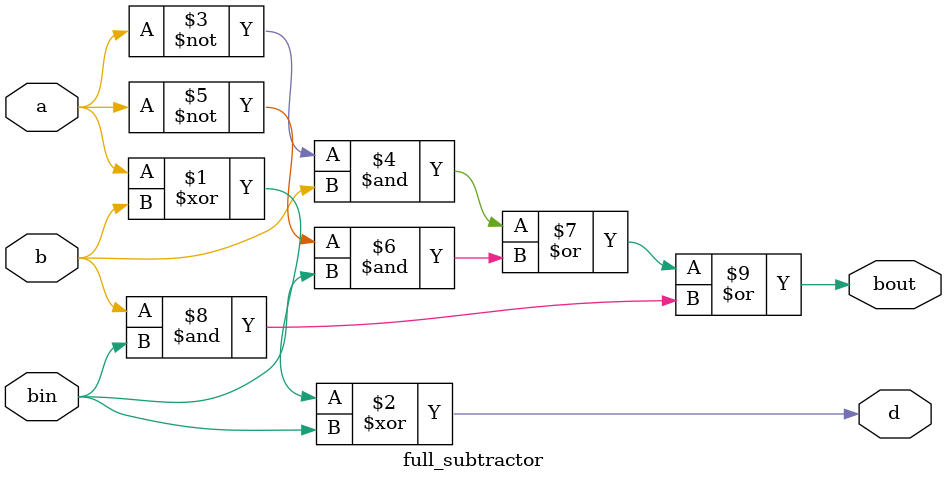
<source format=sv>
package alu_pkg;
  typedef enum logic [3:0] {
    OP_ADD = 4'h0,   // suma (RCA)
    OP_SUB = 4'h1,   // resta (Ripple-Borrow)
    OP_MUL = 4'h2,   // multiplicación en arreglo (array)
    OP_DIV = 4'h3,   // / operador permitido
    OP_MOD = 4'h4,   // % operador permitido
    OP_AND = 4'h5,
    OP_OR  = 4'h6,
    OP_XOR = 4'h7,
    OP_SLL = 4'h8,
    OP_SRL = 4'h9
  } op_t;
endpackage : alu_pkg

// ----------------------------------------------
// Half Adder (HA): s = x ^ y; c = x & y
// ----------------------------------------------
module half_adder (
  input  logic x, y,
  output logic s, c
);
  assign s = x ^ y;
  assign c = x & y;
endmodule

// ----------------------------------------------
// Full Adder (FA): s = x ^ y ^ cin;
// cout = (x & y) | (cin & (x ^ y))
// Ecuaciones del diseño (RCA).  :contentReference[oaicite:2]{index=2}
// ----------------------------------------------
module full_adder (
  input  logic x, y, cin,
  output logic s, cout
);
  logic p, g;
  assign p   = x ^ y;
  assign g   = x & y;
  assign s   = p ^ cin;
  assign cout= g | (p & cin);
endmodule

// ----------------------------------------------
// Full Subtractor (FS) para Ripple-Borrow:
// d = a ^ b ^ bin;
// bout = ( ~a & b ) | ( ~a & bin ) | ( b & bin )
// Basado en ecuaciones del documento.  :contentReference[oaicite:3]{index=3}
// ----------------------------------------------
module full_subtractor (
  input  logic a, b, bin,
  output logic d, bout
);
  assign d    = a ^ b ^ bin;
  assign bout = (~a & b) | (~a & bin) | (b & bin);
endmodule

</source>
